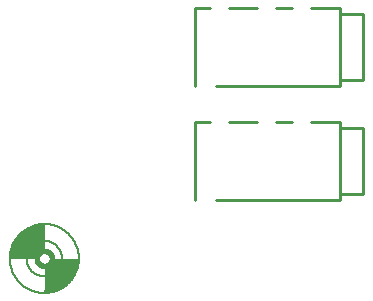
<source format=gbr>
G04 EAGLE Gerber RS-274X export*
G75*
%MOMM*%
%FSLAX34Y34*%
%LPD*%
%INSilkscreen Bottom*%
%IPPOS*%
%AMOC8*
5,1,8,0,0,1.08239X$1,22.5*%
G01*
%ADD10C,0.050800*%
%ADD11C,0.228600*%
%ADD12C,0.457200*%
%ADD13C,0.152400*%
%ADD14C,0.203200*%
%ADD15C,0.254000*%


D10*
X295000Y55790D02*
X295000Y58330D01*
X295000Y111670D02*
X295000Y114210D01*
D11*
X293858Y113043D02*
X293862Y92405D01*
X293861Y92406D02*
X293682Y92376D01*
X293502Y92342D01*
X293324Y92303D01*
X293147Y92260D01*
X292971Y92213D01*
X292796Y92161D01*
X292622Y92106D01*
X292450Y92046D01*
X292279Y91982D01*
X292110Y91913D01*
X291943Y91841D01*
X291777Y91764D01*
X291613Y91684D01*
X291452Y91600D01*
X291292Y91511D01*
X291135Y91419D01*
X290980Y91323D01*
X290827Y91223D01*
X290677Y91120D01*
X290529Y91013D01*
X290384Y90902D01*
X290242Y90788D01*
X290102Y90671D01*
X289966Y90550D01*
X289832Y90426D01*
X289702Y90298D01*
X289574Y90168D01*
X289450Y90034D01*
X289329Y89898D01*
X289212Y89758D01*
X289098Y89616D01*
X288987Y89471D01*
X288880Y89323D01*
X288777Y89173D01*
X288677Y89020D01*
X288581Y88865D01*
X288489Y88708D01*
X288400Y88548D01*
X288316Y88387D01*
X288236Y88223D01*
X288159Y88057D01*
X288087Y87890D01*
X288018Y87721D01*
X287954Y87550D01*
X287894Y87378D01*
X287839Y87204D01*
X287787Y87029D01*
X287740Y86853D01*
X287697Y86676D01*
X287658Y86498D01*
X287624Y86318D01*
X287594Y86139D01*
X266957Y86142D01*
X266956Y86143D01*
X266993Y86827D01*
X267045Y87510D01*
X267115Y88192D01*
X267201Y88872D01*
X267304Y89549D01*
X267423Y90224D01*
X267559Y90896D01*
X267711Y91564D01*
X267880Y92228D01*
X268064Y92888D01*
X268265Y93543D01*
X268481Y94193D01*
X268714Y94838D01*
X268962Y95477D01*
X269225Y96109D01*
X269504Y96735D01*
X269798Y97354D01*
X270107Y97966D01*
X270431Y98570D01*
X270770Y99165D01*
X271123Y99753D01*
X271490Y100331D01*
X271872Y100901D01*
X272267Y101461D01*
X272675Y102011D01*
X273097Y102551D01*
X273532Y103080D01*
X273980Y103599D01*
X274440Y104106D01*
X274913Y104603D01*
X275397Y105087D01*
X275894Y105560D01*
X276401Y106020D01*
X276920Y106468D01*
X277449Y106903D01*
X277989Y107325D01*
X278539Y107733D01*
X279099Y108128D01*
X279669Y108510D01*
X280247Y108877D01*
X280835Y109230D01*
X281430Y109569D01*
X282034Y109893D01*
X282646Y110202D01*
X283265Y110496D01*
X283891Y110775D01*
X284523Y111038D01*
X285162Y111286D01*
X285807Y111519D01*
X286457Y111735D01*
X287112Y111936D01*
X287772Y112120D01*
X288436Y112289D01*
X289104Y112441D01*
X289776Y112577D01*
X290451Y112696D01*
X291128Y112799D01*
X291808Y112885D01*
X292490Y112955D01*
X293173Y113007D01*
X293857Y113044D01*
X293857Y110871D01*
X293229Y110835D01*
X292602Y110785D01*
X291976Y110719D01*
X291352Y110638D01*
X290730Y110541D01*
X290110Y110430D01*
X289494Y110304D01*
X288881Y110163D01*
X288271Y110006D01*
X287665Y109836D01*
X287064Y109650D01*
X286467Y109450D01*
X285875Y109235D01*
X285289Y109006D01*
X284709Y108763D01*
X284134Y108506D01*
X283566Y108235D01*
X283005Y107950D01*
X282451Y107652D01*
X281904Y107340D01*
X281365Y107016D01*
X280834Y106678D01*
X280311Y106327D01*
X279797Y105964D01*
X279292Y105588D01*
X278797Y105200D01*
X278311Y104801D01*
X277834Y104389D01*
X277368Y103966D01*
X276913Y103532D01*
X276468Y103087D01*
X276034Y102632D01*
X275611Y102166D01*
X275199Y101689D01*
X274800Y101203D01*
X274412Y100708D01*
X274036Y100203D01*
X273673Y99689D01*
X273322Y99166D01*
X272984Y98635D01*
X272660Y98096D01*
X272348Y97549D01*
X272050Y96995D01*
X271765Y96434D01*
X271494Y95866D01*
X271237Y95291D01*
X270994Y94711D01*
X270765Y94125D01*
X270550Y93533D01*
X270350Y92936D01*
X270164Y92335D01*
X269994Y91729D01*
X269837Y91119D01*
X269696Y90506D01*
X269570Y89890D01*
X269459Y89270D01*
X269362Y88648D01*
X269281Y88024D01*
X269215Y87398D01*
X269165Y86771D01*
X269129Y86143D01*
X271303Y86143D01*
X271337Y86715D01*
X271385Y87286D01*
X271448Y87856D01*
X271523Y88425D01*
X271613Y88991D01*
X271716Y89555D01*
X271833Y90117D01*
X271964Y90675D01*
X272108Y91230D01*
X272265Y91782D01*
X272435Y92329D01*
X272619Y92872D01*
X272816Y93411D01*
X273026Y93945D01*
X273248Y94473D01*
X273484Y94996D01*
X273732Y95513D01*
X273992Y96024D01*
X274264Y96529D01*
X274549Y97027D01*
X274846Y97517D01*
X275154Y98001D01*
X275474Y98477D01*
X275806Y98945D01*
X276148Y99404D01*
X276502Y99856D01*
X276866Y100299D01*
X277241Y100732D01*
X277627Y101157D01*
X278022Y101572D01*
X278428Y101978D01*
X278843Y102373D01*
X279268Y102759D01*
X279701Y103134D01*
X280144Y103498D01*
X280596Y103852D01*
X281055Y104194D01*
X281523Y104526D01*
X281999Y104846D01*
X282483Y105154D01*
X282973Y105451D01*
X283471Y105736D01*
X283976Y106008D01*
X284487Y106268D01*
X285004Y106516D01*
X285527Y106752D01*
X286055Y106974D01*
X286589Y107184D01*
X287128Y107381D01*
X287671Y107565D01*
X288218Y107735D01*
X288770Y107892D01*
X289325Y108036D01*
X289883Y108167D01*
X290445Y108284D01*
X291009Y108387D01*
X291575Y108477D01*
X292144Y108552D01*
X292714Y108615D01*
X293285Y108663D01*
X293857Y108697D01*
X293858Y106524D01*
X293332Y106489D01*
X292808Y106442D01*
X292286Y106382D01*
X291765Y106310D01*
X291245Y106224D01*
X290728Y106126D01*
X290214Y106016D01*
X289702Y105893D01*
X289194Y105757D01*
X288689Y105609D01*
X288188Y105449D01*
X287691Y105277D01*
X287198Y105092D01*
X286710Y104896D01*
X286227Y104688D01*
X285749Y104468D01*
X285276Y104236D01*
X284810Y103993D01*
X284349Y103738D01*
X283895Y103473D01*
X283447Y103196D01*
X283006Y102909D01*
X282573Y102611D01*
X282147Y102302D01*
X281728Y101983D01*
X281318Y101654D01*
X280915Y101315D01*
X280521Y100967D01*
X280136Y100608D01*
X279759Y100241D01*
X279392Y99864D01*
X279033Y99479D01*
X278685Y99085D01*
X278346Y98682D01*
X278017Y98272D01*
X277698Y97853D01*
X277389Y97427D01*
X277091Y96994D01*
X276804Y96553D01*
X276527Y96105D01*
X276262Y95651D01*
X276007Y95190D01*
X275764Y94724D01*
X275532Y94251D01*
X275312Y93773D01*
X275104Y93290D01*
X274908Y92802D01*
X274723Y92309D01*
X274551Y91812D01*
X274391Y91311D01*
X274243Y90806D01*
X274107Y90298D01*
X273984Y89786D01*
X273874Y89272D01*
X273776Y88755D01*
X273690Y88235D01*
X273618Y87714D01*
X273558Y87192D01*
X273511Y86668D01*
X273476Y86142D01*
X275651Y86142D01*
X275684Y86610D01*
X275729Y87078D01*
X275785Y87544D01*
X275852Y88008D01*
X275930Y88471D01*
X276020Y88932D01*
X276121Y89390D01*
X276233Y89846D01*
X276355Y90299D01*
X276489Y90749D01*
X276634Y91195D01*
X276789Y91638D01*
X276955Y92077D01*
X277132Y92512D01*
X277319Y92942D01*
X277516Y93368D01*
X277724Y93789D01*
X277942Y94205D01*
X278170Y94615D01*
X278408Y95020D01*
X278655Y95418D01*
X278912Y95811D01*
X279179Y96197D01*
X279454Y96577D01*
X279739Y96950D01*
X280033Y97316D01*
X280336Y97675D01*
X280647Y98026D01*
X280966Y98370D01*
X281294Y98706D01*
X281630Y99034D01*
X281974Y99353D01*
X282325Y99664D01*
X282684Y99967D01*
X283050Y100261D01*
X283423Y100546D01*
X283803Y100821D01*
X284189Y101088D01*
X284582Y101345D01*
X284980Y101592D01*
X285385Y101830D01*
X285795Y102058D01*
X286211Y102276D01*
X286632Y102484D01*
X287058Y102681D01*
X287488Y102868D01*
X287923Y103045D01*
X288362Y103211D01*
X288805Y103366D01*
X289251Y103511D01*
X289701Y103645D01*
X290154Y103767D01*
X290610Y103879D01*
X291068Y103980D01*
X291529Y104070D01*
X291992Y104148D01*
X292456Y104215D01*
X292922Y104271D01*
X293390Y104316D01*
X293858Y104349D01*
X293858Y102174D01*
X293440Y102141D01*
X293022Y102098D01*
X292606Y102045D01*
X292192Y101981D01*
X291779Y101908D01*
X291368Y101824D01*
X290959Y101731D01*
X290552Y101627D01*
X290148Y101514D01*
X289747Y101391D01*
X289349Y101258D01*
X288955Y101115D01*
X288564Y100963D01*
X288177Y100802D01*
X287794Y100631D01*
X287415Y100451D01*
X287041Y100261D01*
X286671Y100063D01*
X286306Y99855D01*
X285947Y99639D01*
X285593Y99414D01*
X285244Y99180D01*
X284902Y98938D01*
X284565Y98688D01*
X284235Y98430D01*
X283910Y98163D01*
X283593Y97889D01*
X283282Y97607D01*
X282978Y97318D01*
X282682Y97022D01*
X282393Y96718D01*
X282111Y96407D01*
X281837Y96090D01*
X281570Y95765D01*
X281312Y95435D01*
X281062Y95098D01*
X280820Y94756D01*
X280586Y94407D01*
X280361Y94053D01*
X280145Y93694D01*
X279937Y93329D01*
X279739Y92959D01*
X279549Y92585D01*
X279369Y92206D01*
X279198Y91823D01*
X279037Y91436D01*
X278885Y91045D01*
X278742Y90651D01*
X278609Y90253D01*
X278486Y89852D01*
X278373Y89448D01*
X278269Y89041D01*
X278176Y88632D01*
X278092Y88221D01*
X278019Y87808D01*
X277955Y87394D01*
X277902Y86978D01*
X277859Y86560D01*
X277826Y86142D01*
X280002Y86142D01*
X280035Y86508D01*
X280076Y86874D01*
X280127Y87238D01*
X280186Y87602D01*
X280254Y87963D01*
X280331Y88323D01*
X280416Y88681D01*
X280511Y89036D01*
X280614Y89390D01*
X280725Y89740D01*
X280846Y90088D01*
X280974Y90433D01*
X281111Y90774D01*
X281257Y91112D01*
X281410Y91446D01*
X281572Y91777D01*
X281742Y92103D01*
X281920Y92425D01*
X282105Y92743D01*
X282298Y93056D01*
X282499Y93364D01*
X282708Y93668D01*
X282923Y93966D01*
X283146Y94259D01*
X283376Y94546D01*
X283613Y94827D01*
X283857Y95103D01*
X284107Y95372D01*
X284364Y95636D01*
X284628Y95893D01*
X284897Y96143D01*
X285173Y96387D01*
X285454Y96624D01*
X285741Y96854D01*
X286034Y97077D01*
X286332Y97292D01*
X286636Y97501D01*
X286944Y97702D01*
X287257Y97895D01*
X287575Y98080D01*
X287897Y98258D01*
X288223Y98428D01*
X288554Y98590D01*
X288888Y98743D01*
X289226Y98889D01*
X289567Y99026D01*
X289912Y99154D01*
X290260Y99275D01*
X290610Y99386D01*
X290964Y99489D01*
X291319Y99584D01*
X291677Y99669D01*
X292037Y99746D01*
X292398Y99814D01*
X292762Y99873D01*
X293126Y99924D01*
X293492Y99965D01*
X293858Y99998D01*
X293859Y97819D01*
X293546Y97788D01*
X293233Y97748D01*
X292922Y97701D01*
X292613Y97647D01*
X292304Y97585D01*
X291998Y97515D01*
X291693Y97438D01*
X291390Y97353D01*
X291089Y97261D01*
X290790Y97162D01*
X290494Y97056D01*
X290201Y96942D01*
X289911Y96821D01*
X289623Y96693D01*
X289339Y96558D01*
X289058Y96416D01*
X288781Y96268D01*
X288508Y96112D01*
X288238Y95950D01*
X287972Y95782D01*
X287711Y95607D01*
X287454Y95426D01*
X287201Y95238D01*
X286953Y95044D01*
X286710Y94845D01*
X286472Y94639D01*
X286239Y94428D01*
X286011Y94211D01*
X285789Y93989D01*
X285572Y93761D01*
X285361Y93528D01*
X285155Y93290D01*
X284956Y93047D01*
X284762Y92799D01*
X284574Y92546D01*
X284393Y92289D01*
X284218Y92028D01*
X284050Y91762D01*
X283888Y91492D01*
X283732Y91219D01*
X283584Y90942D01*
X283442Y90661D01*
X283307Y90377D01*
X283179Y90089D01*
X283058Y89799D01*
X282944Y89506D01*
X282838Y89210D01*
X282739Y88911D01*
X282647Y88610D01*
X282562Y88307D01*
X282485Y88002D01*
X282415Y87696D01*
X282353Y87387D01*
X282299Y87078D01*
X282252Y86767D01*
X282212Y86454D01*
X282181Y86141D01*
X284362Y86141D01*
X284393Y86398D01*
X284430Y86655D01*
X284473Y86911D01*
X284522Y87165D01*
X284578Y87418D01*
X284640Y87670D01*
X284707Y87920D01*
X284781Y88169D01*
X284861Y88416D01*
X284947Y88660D01*
X285038Y88903D01*
X285136Y89143D01*
X285239Y89381D01*
X285348Y89616D01*
X285463Y89849D01*
X285583Y90078D01*
X285709Y90305D01*
X285840Y90529D01*
X285977Y90749D01*
X286119Y90966D01*
X286266Y91179D01*
X286418Y91389D01*
X286576Y91595D01*
X286738Y91798D01*
X286905Y91996D01*
X287077Y92190D01*
X287254Y92380D01*
X287435Y92565D01*
X287620Y92746D01*
X287810Y92923D01*
X288004Y93095D01*
X288202Y93262D01*
X288405Y93424D01*
X288611Y93582D01*
X288821Y93734D01*
X289034Y93881D01*
X289251Y94023D01*
X289471Y94160D01*
X289695Y94291D01*
X289922Y94417D01*
X290151Y94537D01*
X290384Y94652D01*
X290619Y94761D01*
X290857Y94864D01*
X291097Y94962D01*
X291340Y95053D01*
X291584Y95139D01*
X291831Y95219D01*
X292080Y95293D01*
X292330Y95360D01*
X292582Y95422D01*
X292835Y95478D01*
X293089Y95527D01*
X293345Y95570D01*
X293602Y95607D01*
X293859Y95638D01*
X293860Y93452D01*
X293657Y93422D01*
X293454Y93387D01*
X293252Y93347D01*
X293051Y93302D01*
X292852Y93253D01*
X292653Y93199D01*
X292456Y93140D01*
X292261Y93076D01*
X292067Y93008D01*
X291874Y92935D01*
X291684Y92857D01*
X291495Y92775D01*
X291309Y92688D01*
X291124Y92596D01*
X290942Y92501D01*
X290762Y92401D01*
X290585Y92296D01*
X290410Y92188D01*
X290238Y92075D01*
X290069Y91958D01*
X289903Y91837D01*
X289739Y91712D01*
X289579Y91583D01*
X289422Y91450D01*
X289268Y91314D01*
X289117Y91174D01*
X288970Y91030D01*
X288826Y90883D01*
X288686Y90732D01*
X288550Y90578D01*
X288417Y90421D01*
X288288Y90261D01*
X288163Y90097D01*
X288042Y89931D01*
X287925Y89762D01*
X287812Y89590D01*
X287704Y89415D01*
X287599Y89238D01*
X287499Y89058D01*
X287404Y88876D01*
X287312Y88691D01*
X287225Y88505D01*
X287143Y88316D01*
X287065Y88126D01*
X286992Y87933D01*
X286924Y87739D01*
X286860Y87544D01*
X286801Y87347D01*
X286747Y87148D01*
X286698Y86949D01*
X286653Y86748D01*
X286613Y86546D01*
X286578Y86343D01*
X286548Y86140D01*
X296142Y56957D02*
X296138Y77595D01*
X296139Y77594D02*
X296318Y77624D01*
X296498Y77658D01*
X296676Y77697D01*
X296853Y77740D01*
X297029Y77787D01*
X297204Y77839D01*
X297378Y77894D01*
X297550Y77954D01*
X297721Y78018D01*
X297890Y78087D01*
X298057Y78159D01*
X298223Y78236D01*
X298387Y78316D01*
X298548Y78400D01*
X298708Y78489D01*
X298865Y78581D01*
X299020Y78677D01*
X299173Y78777D01*
X299323Y78880D01*
X299471Y78987D01*
X299616Y79098D01*
X299758Y79212D01*
X299898Y79329D01*
X300034Y79450D01*
X300168Y79574D01*
X300298Y79702D01*
X300426Y79832D01*
X300550Y79966D01*
X300671Y80102D01*
X300788Y80242D01*
X300902Y80384D01*
X301013Y80529D01*
X301120Y80677D01*
X301223Y80827D01*
X301323Y80980D01*
X301419Y81135D01*
X301511Y81292D01*
X301600Y81452D01*
X301684Y81613D01*
X301764Y81777D01*
X301841Y81943D01*
X301913Y82110D01*
X301982Y82279D01*
X302046Y82450D01*
X302106Y82622D01*
X302161Y82796D01*
X302213Y82971D01*
X302260Y83147D01*
X302303Y83324D01*
X302342Y83502D01*
X302376Y83682D01*
X302406Y83861D01*
X323043Y83858D01*
X323044Y83857D01*
X323007Y83173D01*
X322955Y82490D01*
X322885Y81808D01*
X322799Y81128D01*
X322696Y80451D01*
X322577Y79776D01*
X322441Y79104D01*
X322289Y78436D01*
X322120Y77772D01*
X321936Y77112D01*
X321735Y76457D01*
X321519Y75807D01*
X321286Y75162D01*
X321038Y74523D01*
X320775Y73891D01*
X320496Y73265D01*
X320202Y72646D01*
X319893Y72034D01*
X319569Y71430D01*
X319230Y70835D01*
X318877Y70247D01*
X318510Y69669D01*
X318128Y69099D01*
X317733Y68539D01*
X317325Y67989D01*
X316903Y67449D01*
X316468Y66920D01*
X316020Y66401D01*
X315560Y65894D01*
X315087Y65397D01*
X314603Y64913D01*
X314106Y64440D01*
X313599Y63980D01*
X313080Y63532D01*
X312551Y63097D01*
X312011Y62675D01*
X311461Y62267D01*
X310901Y61872D01*
X310331Y61490D01*
X309753Y61123D01*
X309165Y60770D01*
X308570Y60431D01*
X307966Y60107D01*
X307354Y59798D01*
X306735Y59504D01*
X306109Y59225D01*
X305477Y58962D01*
X304838Y58714D01*
X304193Y58481D01*
X303543Y58265D01*
X302888Y58064D01*
X302228Y57880D01*
X301564Y57711D01*
X300896Y57559D01*
X300224Y57423D01*
X299549Y57304D01*
X298872Y57201D01*
X298192Y57115D01*
X297510Y57045D01*
X296827Y56993D01*
X296143Y56956D01*
X296143Y59129D01*
X296771Y59165D01*
X297398Y59215D01*
X298024Y59281D01*
X298648Y59362D01*
X299270Y59459D01*
X299890Y59570D01*
X300506Y59696D01*
X301119Y59837D01*
X301729Y59994D01*
X302335Y60164D01*
X302936Y60350D01*
X303533Y60550D01*
X304125Y60765D01*
X304711Y60994D01*
X305291Y61237D01*
X305866Y61494D01*
X306434Y61765D01*
X306995Y62050D01*
X307549Y62348D01*
X308096Y62660D01*
X308635Y62984D01*
X309166Y63322D01*
X309689Y63673D01*
X310203Y64036D01*
X310708Y64412D01*
X311203Y64800D01*
X311689Y65199D01*
X312166Y65611D01*
X312632Y66034D01*
X313087Y66468D01*
X313532Y66913D01*
X313966Y67368D01*
X314389Y67834D01*
X314801Y68311D01*
X315200Y68797D01*
X315588Y69292D01*
X315964Y69797D01*
X316327Y70311D01*
X316678Y70834D01*
X317016Y71365D01*
X317340Y71904D01*
X317652Y72451D01*
X317950Y73005D01*
X318235Y73566D01*
X318506Y74134D01*
X318763Y74709D01*
X319006Y75289D01*
X319235Y75875D01*
X319450Y76467D01*
X319650Y77064D01*
X319836Y77665D01*
X320006Y78271D01*
X320163Y78881D01*
X320304Y79494D01*
X320430Y80110D01*
X320541Y80730D01*
X320638Y81352D01*
X320719Y81976D01*
X320785Y82602D01*
X320835Y83229D01*
X320871Y83857D01*
X318697Y83857D01*
X318663Y83285D01*
X318615Y82714D01*
X318552Y82144D01*
X318477Y81575D01*
X318387Y81009D01*
X318284Y80445D01*
X318167Y79883D01*
X318036Y79325D01*
X317892Y78770D01*
X317735Y78218D01*
X317565Y77671D01*
X317381Y77128D01*
X317184Y76589D01*
X316974Y76055D01*
X316752Y75527D01*
X316516Y75004D01*
X316268Y74487D01*
X316008Y73976D01*
X315736Y73471D01*
X315451Y72973D01*
X315154Y72483D01*
X314846Y71999D01*
X314526Y71523D01*
X314194Y71055D01*
X313852Y70596D01*
X313498Y70144D01*
X313134Y69701D01*
X312759Y69268D01*
X312373Y68843D01*
X311978Y68428D01*
X311572Y68022D01*
X311157Y67627D01*
X310732Y67241D01*
X310299Y66866D01*
X309856Y66502D01*
X309404Y66148D01*
X308945Y65806D01*
X308477Y65474D01*
X308001Y65154D01*
X307517Y64846D01*
X307027Y64549D01*
X306529Y64264D01*
X306024Y63992D01*
X305513Y63732D01*
X304996Y63484D01*
X304473Y63248D01*
X303945Y63026D01*
X303411Y62816D01*
X302872Y62619D01*
X302329Y62435D01*
X301782Y62265D01*
X301230Y62108D01*
X300675Y61964D01*
X300117Y61833D01*
X299555Y61716D01*
X298991Y61613D01*
X298425Y61523D01*
X297856Y61448D01*
X297286Y61385D01*
X296715Y61337D01*
X296143Y61303D01*
X296142Y63476D01*
X296668Y63511D01*
X297192Y63558D01*
X297714Y63618D01*
X298235Y63690D01*
X298755Y63776D01*
X299272Y63874D01*
X299786Y63984D01*
X300298Y64107D01*
X300806Y64243D01*
X301311Y64391D01*
X301812Y64551D01*
X302309Y64723D01*
X302802Y64908D01*
X303290Y65104D01*
X303773Y65312D01*
X304251Y65532D01*
X304724Y65764D01*
X305190Y66007D01*
X305651Y66262D01*
X306105Y66527D01*
X306553Y66804D01*
X306994Y67091D01*
X307427Y67389D01*
X307853Y67698D01*
X308272Y68017D01*
X308682Y68346D01*
X309085Y68685D01*
X309479Y69033D01*
X309864Y69392D01*
X310241Y69759D01*
X310608Y70136D01*
X310967Y70521D01*
X311315Y70915D01*
X311654Y71318D01*
X311983Y71728D01*
X312302Y72147D01*
X312611Y72573D01*
X312909Y73006D01*
X313196Y73447D01*
X313473Y73895D01*
X313738Y74349D01*
X313993Y74810D01*
X314236Y75276D01*
X314468Y75749D01*
X314688Y76227D01*
X314896Y76710D01*
X315092Y77198D01*
X315277Y77691D01*
X315449Y78188D01*
X315609Y78689D01*
X315757Y79194D01*
X315893Y79702D01*
X316016Y80214D01*
X316126Y80728D01*
X316224Y81245D01*
X316310Y81765D01*
X316382Y82286D01*
X316442Y82808D01*
X316489Y83332D01*
X316524Y83858D01*
X314349Y83858D01*
X314316Y83390D01*
X314271Y82922D01*
X314215Y82456D01*
X314148Y81992D01*
X314070Y81529D01*
X313980Y81068D01*
X313879Y80610D01*
X313767Y80154D01*
X313645Y79701D01*
X313511Y79251D01*
X313366Y78805D01*
X313211Y78362D01*
X313045Y77923D01*
X312868Y77488D01*
X312681Y77058D01*
X312484Y76632D01*
X312276Y76211D01*
X312058Y75795D01*
X311830Y75385D01*
X311592Y74980D01*
X311345Y74582D01*
X311088Y74189D01*
X310821Y73803D01*
X310546Y73423D01*
X310261Y73050D01*
X309967Y72684D01*
X309664Y72325D01*
X309353Y71974D01*
X309034Y71630D01*
X308706Y71294D01*
X308370Y70966D01*
X308026Y70647D01*
X307675Y70336D01*
X307316Y70033D01*
X306950Y69739D01*
X306577Y69454D01*
X306197Y69179D01*
X305811Y68912D01*
X305418Y68655D01*
X305020Y68408D01*
X304615Y68170D01*
X304205Y67942D01*
X303789Y67724D01*
X303368Y67516D01*
X302942Y67319D01*
X302512Y67132D01*
X302077Y66955D01*
X301638Y66789D01*
X301195Y66634D01*
X300749Y66489D01*
X300299Y66355D01*
X299846Y66233D01*
X299390Y66121D01*
X298932Y66020D01*
X298471Y65930D01*
X298008Y65852D01*
X297544Y65785D01*
X297078Y65729D01*
X296610Y65684D01*
X296142Y65651D01*
X296142Y67826D01*
X296560Y67859D01*
X296978Y67902D01*
X297394Y67955D01*
X297808Y68019D01*
X298221Y68092D01*
X298632Y68176D01*
X299041Y68269D01*
X299448Y68373D01*
X299852Y68486D01*
X300253Y68609D01*
X300651Y68742D01*
X301045Y68885D01*
X301436Y69037D01*
X301823Y69198D01*
X302206Y69369D01*
X302585Y69549D01*
X302959Y69739D01*
X303329Y69937D01*
X303694Y70145D01*
X304053Y70361D01*
X304407Y70586D01*
X304756Y70820D01*
X305098Y71062D01*
X305435Y71312D01*
X305765Y71570D01*
X306090Y71837D01*
X306407Y72111D01*
X306718Y72393D01*
X307022Y72682D01*
X307318Y72978D01*
X307607Y73282D01*
X307889Y73593D01*
X308163Y73910D01*
X308430Y74235D01*
X308688Y74565D01*
X308938Y74902D01*
X309180Y75244D01*
X309414Y75593D01*
X309639Y75947D01*
X309855Y76306D01*
X310063Y76671D01*
X310261Y77041D01*
X310451Y77415D01*
X310631Y77794D01*
X310802Y78177D01*
X310963Y78564D01*
X311115Y78955D01*
X311258Y79349D01*
X311391Y79747D01*
X311514Y80148D01*
X311627Y80552D01*
X311731Y80959D01*
X311824Y81368D01*
X311908Y81779D01*
X311981Y82192D01*
X312045Y82606D01*
X312098Y83022D01*
X312141Y83440D01*
X312174Y83858D01*
X309998Y83858D01*
X309965Y83492D01*
X309924Y83126D01*
X309873Y82762D01*
X309814Y82398D01*
X309746Y82037D01*
X309669Y81677D01*
X309584Y81319D01*
X309489Y80964D01*
X309386Y80610D01*
X309275Y80260D01*
X309154Y79912D01*
X309026Y79567D01*
X308889Y79226D01*
X308743Y78888D01*
X308590Y78554D01*
X308428Y78223D01*
X308258Y77897D01*
X308080Y77575D01*
X307895Y77257D01*
X307702Y76944D01*
X307501Y76636D01*
X307292Y76332D01*
X307077Y76034D01*
X306854Y75741D01*
X306624Y75454D01*
X306387Y75173D01*
X306143Y74897D01*
X305893Y74628D01*
X305636Y74364D01*
X305372Y74107D01*
X305103Y73857D01*
X304827Y73613D01*
X304546Y73376D01*
X304259Y73146D01*
X303966Y72923D01*
X303668Y72708D01*
X303364Y72499D01*
X303056Y72298D01*
X302743Y72105D01*
X302425Y71920D01*
X302103Y71742D01*
X301777Y71572D01*
X301446Y71410D01*
X301112Y71257D01*
X300774Y71111D01*
X300433Y70974D01*
X300088Y70846D01*
X299740Y70725D01*
X299390Y70614D01*
X299036Y70511D01*
X298681Y70416D01*
X298323Y70331D01*
X297963Y70254D01*
X297602Y70186D01*
X297238Y70127D01*
X296874Y70076D01*
X296508Y70035D01*
X296142Y70002D01*
X296141Y72181D01*
X296454Y72212D01*
X296767Y72252D01*
X297078Y72299D01*
X297387Y72353D01*
X297696Y72415D01*
X298002Y72485D01*
X298307Y72562D01*
X298610Y72647D01*
X298911Y72739D01*
X299210Y72838D01*
X299506Y72944D01*
X299799Y73058D01*
X300089Y73179D01*
X300377Y73307D01*
X300661Y73442D01*
X300942Y73584D01*
X301219Y73732D01*
X301492Y73888D01*
X301762Y74050D01*
X302028Y74218D01*
X302289Y74393D01*
X302546Y74574D01*
X302799Y74762D01*
X303047Y74956D01*
X303290Y75155D01*
X303528Y75361D01*
X303761Y75572D01*
X303989Y75789D01*
X304211Y76011D01*
X304428Y76239D01*
X304639Y76472D01*
X304845Y76710D01*
X305044Y76953D01*
X305238Y77201D01*
X305426Y77454D01*
X305607Y77711D01*
X305782Y77972D01*
X305950Y78238D01*
X306112Y78508D01*
X306268Y78781D01*
X306416Y79058D01*
X306558Y79339D01*
X306693Y79623D01*
X306821Y79911D01*
X306942Y80201D01*
X307056Y80494D01*
X307162Y80790D01*
X307261Y81089D01*
X307353Y81390D01*
X307438Y81693D01*
X307515Y81998D01*
X307585Y82304D01*
X307647Y82613D01*
X307701Y82922D01*
X307748Y83233D01*
X307788Y83546D01*
X307819Y83859D01*
X305638Y83859D01*
X305607Y83602D01*
X305570Y83345D01*
X305527Y83089D01*
X305478Y82835D01*
X305422Y82582D01*
X305360Y82330D01*
X305293Y82080D01*
X305219Y81831D01*
X305139Y81584D01*
X305053Y81340D01*
X304962Y81097D01*
X304864Y80857D01*
X304761Y80619D01*
X304652Y80384D01*
X304537Y80151D01*
X304417Y79922D01*
X304291Y79695D01*
X304160Y79471D01*
X304023Y79251D01*
X303881Y79034D01*
X303734Y78821D01*
X303582Y78611D01*
X303424Y78405D01*
X303262Y78202D01*
X303095Y78004D01*
X302923Y77810D01*
X302746Y77620D01*
X302565Y77435D01*
X302380Y77254D01*
X302190Y77077D01*
X301996Y76905D01*
X301798Y76738D01*
X301595Y76576D01*
X301389Y76418D01*
X301179Y76266D01*
X300966Y76119D01*
X300749Y75977D01*
X300529Y75840D01*
X300305Y75709D01*
X300078Y75583D01*
X299849Y75463D01*
X299616Y75348D01*
X299381Y75239D01*
X299143Y75136D01*
X298903Y75038D01*
X298660Y74947D01*
X298416Y74861D01*
X298169Y74781D01*
X297920Y74707D01*
X297670Y74640D01*
X297418Y74578D01*
X297165Y74522D01*
X296911Y74473D01*
X296655Y74430D01*
X296398Y74393D01*
X296141Y74362D01*
X296140Y76548D01*
X296343Y76578D01*
X296546Y76613D01*
X296748Y76653D01*
X296949Y76698D01*
X297148Y76747D01*
X297347Y76801D01*
X297544Y76860D01*
X297739Y76924D01*
X297933Y76992D01*
X298126Y77065D01*
X298316Y77143D01*
X298505Y77225D01*
X298691Y77312D01*
X298876Y77404D01*
X299058Y77499D01*
X299238Y77599D01*
X299415Y77704D01*
X299590Y77812D01*
X299762Y77925D01*
X299931Y78042D01*
X300097Y78163D01*
X300261Y78288D01*
X300421Y78417D01*
X300578Y78550D01*
X300732Y78686D01*
X300883Y78826D01*
X301030Y78970D01*
X301174Y79117D01*
X301314Y79268D01*
X301450Y79422D01*
X301583Y79579D01*
X301712Y79739D01*
X301837Y79903D01*
X301958Y80069D01*
X302075Y80238D01*
X302188Y80410D01*
X302296Y80585D01*
X302401Y80762D01*
X302501Y80942D01*
X302596Y81124D01*
X302688Y81309D01*
X302775Y81495D01*
X302857Y81684D01*
X302935Y81874D01*
X303008Y82067D01*
X303076Y82261D01*
X303140Y82456D01*
X303199Y82653D01*
X303253Y82852D01*
X303302Y83051D01*
X303347Y83252D01*
X303387Y83454D01*
X303422Y83657D01*
X303452Y83860D01*
D12*
X288650Y85000D02*
X288652Y85159D01*
X288658Y85318D01*
X288668Y85476D01*
X288682Y85635D01*
X288700Y85793D01*
X288721Y85950D01*
X288747Y86107D01*
X288777Y86263D01*
X288810Y86419D01*
X288848Y86573D01*
X288889Y86727D01*
X288934Y86879D01*
X288983Y87030D01*
X289036Y87180D01*
X289092Y87329D01*
X289153Y87476D01*
X289216Y87621D01*
X289284Y87765D01*
X289355Y87908D01*
X289429Y88048D01*
X289507Y88186D01*
X289589Y88323D01*
X289674Y88457D01*
X289762Y88590D01*
X289853Y88720D01*
X289948Y88847D01*
X290046Y88972D01*
X290147Y89095D01*
X290251Y89215D01*
X290358Y89333D01*
X290468Y89448D01*
X290581Y89560D01*
X290696Y89669D01*
X290814Y89775D01*
X290935Y89879D01*
X291059Y89979D01*
X291184Y90076D01*
X291313Y90170D01*
X291443Y90260D01*
X291576Y90348D01*
X291711Y90432D01*
X291848Y90512D01*
X291987Y90590D01*
X292128Y90663D01*
X292270Y90733D01*
X292415Y90800D01*
X292561Y90863D01*
X292708Y90922D01*
X292857Y90978D01*
X293008Y91029D01*
X293159Y91077D01*
X293312Y91121D01*
X293466Y91162D01*
X293620Y91198D01*
X293776Y91231D01*
X293932Y91260D01*
X294089Y91284D01*
X294247Y91305D01*
X294405Y91322D01*
X294563Y91335D01*
X294722Y91344D01*
X294881Y91349D01*
X295040Y91350D01*
X295199Y91347D01*
X295357Y91340D01*
X295516Y91329D01*
X295674Y91314D01*
X295832Y91295D01*
X295989Y91272D01*
X296146Y91246D01*
X296302Y91215D01*
X296457Y91181D01*
X296611Y91142D01*
X296765Y91100D01*
X296917Y91054D01*
X297068Y91004D01*
X297217Y90950D01*
X297366Y90893D01*
X297512Y90832D01*
X297658Y90767D01*
X297801Y90699D01*
X297943Y90627D01*
X298083Y90551D01*
X298221Y90473D01*
X298357Y90390D01*
X298491Y90305D01*
X298622Y90216D01*
X298752Y90123D01*
X298879Y90028D01*
X299003Y89929D01*
X299126Y89827D01*
X299245Y89723D01*
X299362Y89615D01*
X299476Y89504D01*
X299587Y89391D01*
X299696Y89275D01*
X299801Y89156D01*
X299904Y89034D01*
X300003Y88910D01*
X300100Y88784D01*
X300193Y88655D01*
X300283Y88524D01*
X300369Y88390D01*
X300452Y88255D01*
X300532Y88117D01*
X300608Y87978D01*
X300681Y87837D01*
X300750Y87694D01*
X300816Y87549D01*
X300878Y87402D01*
X300936Y87255D01*
X300991Y87105D01*
X301042Y86955D01*
X301089Y86803D01*
X301132Y86650D01*
X301171Y86496D01*
X301207Y86341D01*
X301238Y86185D01*
X301266Y86029D01*
X301290Y85872D01*
X301310Y85714D01*
X301326Y85556D01*
X301338Y85397D01*
X301346Y85238D01*
X301350Y85079D01*
X301350Y84921D01*
X301346Y84762D01*
X301338Y84603D01*
X301326Y84444D01*
X301310Y84286D01*
X301290Y84128D01*
X301266Y83971D01*
X301238Y83815D01*
X301207Y83659D01*
X301171Y83504D01*
X301132Y83350D01*
X301089Y83197D01*
X301042Y83045D01*
X300991Y82895D01*
X300936Y82745D01*
X300878Y82598D01*
X300816Y82451D01*
X300750Y82306D01*
X300681Y82163D01*
X300608Y82022D01*
X300532Y81883D01*
X300452Y81745D01*
X300369Y81610D01*
X300283Y81476D01*
X300193Y81345D01*
X300100Y81216D01*
X300003Y81090D01*
X299904Y80966D01*
X299801Y80844D01*
X299696Y80725D01*
X299587Y80609D01*
X299476Y80496D01*
X299362Y80385D01*
X299245Y80277D01*
X299126Y80173D01*
X299003Y80071D01*
X298879Y79972D01*
X298752Y79877D01*
X298622Y79784D01*
X298491Y79695D01*
X298357Y79610D01*
X298221Y79527D01*
X298083Y79449D01*
X297943Y79373D01*
X297801Y79301D01*
X297658Y79233D01*
X297512Y79168D01*
X297366Y79107D01*
X297217Y79050D01*
X297068Y78996D01*
X296917Y78946D01*
X296765Y78900D01*
X296611Y78858D01*
X296457Y78819D01*
X296302Y78785D01*
X296146Y78754D01*
X295989Y78728D01*
X295832Y78705D01*
X295674Y78686D01*
X295516Y78671D01*
X295357Y78660D01*
X295199Y78653D01*
X295040Y78650D01*
X294881Y78651D01*
X294722Y78656D01*
X294563Y78665D01*
X294405Y78678D01*
X294247Y78695D01*
X294089Y78716D01*
X293932Y78740D01*
X293776Y78769D01*
X293620Y78802D01*
X293466Y78838D01*
X293312Y78879D01*
X293159Y78923D01*
X293008Y78971D01*
X292857Y79022D01*
X292708Y79078D01*
X292561Y79137D01*
X292415Y79200D01*
X292270Y79267D01*
X292128Y79337D01*
X291987Y79410D01*
X291848Y79488D01*
X291711Y79568D01*
X291576Y79652D01*
X291443Y79740D01*
X291313Y79830D01*
X291184Y79924D01*
X291059Y80021D01*
X290935Y80121D01*
X290814Y80225D01*
X290696Y80331D01*
X290581Y80440D01*
X290468Y80552D01*
X290358Y80667D01*
X290251Y80785D01*
X290147Y80905D01*
X290046Y81028D01*
X289948Y81153D01*
X289853Y81280D01*
X289762Y81410D01*
X289674Y81543D01*
X289589Y81677D01*
X289507Y81814D01*
X289429Y81952D01*
X289355Y82092D01*
X289284Y82235D01*
X289216Y82379D01*
X289153Y82524D01*
X289092Y82671D01*
X289036Y82820D01*
X288983Y82970D01*
X288934Y83121D01*
X288889Y83273D01*
X288848Y83427D01*
X288810Y83581D01*
X288777Y83737D01*
X288747Y83893D01*
X288721Y84050D01*
X288700Y84207D01*
X288682Y84365D01*
X288668Y84524D01*
X288658Y84682D01*
X288652Y84841D01*
X288650Y85000D01*
D13*
X265790Y85000D02*
X265799Y85717D01*
X265825Y86433D01*
X265869Y87149D01*
X265931Y87863D01*
X266010Y88576D01*
X266106Y89286D01*
X266220Y89994D01*
X266351Y90699D01*
X266500Y91400D01*
X266665Y92097D01*
X266848Y92791D01*
X267048Y93479D01*
X267264Y94163D01*
X267497Y94841D01*
X267747Y95513D01*
X268013Y96178D01*
X268296Y96837D01*
X268594Y97489D01*
X268909Y98133D01*
X269239Y98769D01*
X269585Y99398D01*
X269946Y100017D01*
X270322Y100627D01*
X270713Y101228D01*
X271118Y101819D01*
X271538Y102400D01*
X271972Y102971D01*
X272420Y103531D01*
X272882Y104079D01*
X273357Y104616D01*
X273845Y105141D01*
X274345Y105655D01*
X274859Y106155D01*
X275384Y106643D01*
X275921Y107118D01*
X276469Y107580D01*
X277029Y108028D01*
X277600Y108462D01*
X278181Y108882D01*
X278772Y109287D01*
X279373Y109678D01*
X279983Y110054D01*
X280602Y110415D01*
X281231Y110761D01*
X281867Y111091D01*
X282511Y111406D01*
X283163Y111704D01*
X283822Y111987D01*
X284487Y112253D01*
X285159Y112503D01*
X285837Y112736D01*
X286521Y112952D01*
X287209Y113152D01*
X287903Y113335D01*
X288600Y113500D01*
X289301Y113649D01*
X290006Y113780D01*
X290714Y113894D01*
X291424Y113990D01*
X292137Y114069D01*
X292851Y114131D01*
X293567Y114175D01*
X294283Y114201D01*
X295000Y114210D01*
X295717Y114201D01*
X296433Y114175D01*
X297149Y114131D01*
X297863Y114069D01*
X298576Y113990D01*
X299286Y113894D01*
X299994Y113780D01*
X300699Y113649D01*
X301400Y113500D01*
X302097Y113335D01*
X302791Y113152D01*
X303479Y112952D01*
X304163Y112736D01*
X304841Y112503D01*
X305513Y112253D01*
X306178Y111987D01*
X306837Y111704D01*
X307489Y111406D01*
X308133Y111091D01*
X308769Y110761D01*
X309398Y110415D01*
X310017Y110054D01*
X310627Y109678D01*
X311228Y109287D01*
X311819Y108882D01*
X312400Y108462D01*
X312971Y108028D01*
X313531Y107580D01*
X314079Y107118D01*
X314616Y106643D01*
X315141Y106155D01*
X315655Y105655D01*
X316155Y105141D01*
X316643Y104616D01*
X317118Y104079D01*
X317580Y103531D01*
X318028Y102971D01*
X318462Y102400D01*
X318882Y101819D01*
X319287Y101228D01*
X319678Y100627D01*
X320054Y100017D01*
X320415Y99398D01*
X320761Y98769D01*
X321091Y98133D01*
X321406Y97489D01*
X321704Y96837D01*
X321987Y96178D01*
X322253Y95513D01*
X322503Y94841D01*
X322736Y94163D01*
X322952Y93479D01*
X323152Y92791D01*
X323335Y92097D01*
X323500Y91400D01*
X323649Y90699D01*
X323780Y89994D01*
X323894Y89286D01*
X323990Y88576D01*
X324069Y87863D01*
X324131Y87149D01*
X324175Y86433D01*
X324201Y85717D01*
X324210Y85000D01*
X324201Y84283D01*
X324175Y83567D01*
X324131Y82851D01*
X324069Y82137D01*
X323990Y81424D01*
X323894Y80714D01*
X323780Y80006D01*
X323649Y79301D01*
X323500Y78600D01*
X323335Y77903D01*
X323152Y77209D01*
X322952Y76521D01*
X322736Y75837D01*
X322503Y75159D01*
X322253Y74487D01*
X321987Y73822D01*
X321704Y73163D01*
X321406Y72511D01*
X321091Y71867D01*
X320761Y71231D01*
X320415Y70602D01*
X320054Y69983D01*
X319678Y69373D01*
X319287Y68772D01*
X318882Y68181D01*
X318462Y67600D01*
X318028Y67029D01*
X317580Y66469D01*
X317118Y65921D01*
X316643Y65384D01*
X316155Y64859D01*
X315655Y64345D01*
X315141Y63845D01*
X314616Y63357D01*
X314079Y62882D01*
X313531Y62420D01*
X312971Y61972D01*
X312400Y61538D01*
X311819Y61118D01*
X311228Y60713D01*
X310627Y60322D01*
X310017Y59946D01*
X309398Y59585D01*
X308769Y59239D01*
X308133Y58909D01*
X307489Y58594D01*
X306837Y58296D01*
X306178Y58013D01*
X305513Y57747D01*
X304841Y57497D01*
X304163Y57264D01*
X303479Y57048D01*
X302791Y56848D01*
X302097Y56665D01*
X301400Y56500D01*
X300699Y56351D01*
X299994Y56220D01*
X299286Y56106D01*
X298576Y56010D01*
X297863Y55931D01*
X297149Y55869D01*
X296433Y55825D01*
X295717Y55799D01*
X295000Y55790D01*
X294283Y55799D01*
X293567Y55825D01*
X292851Y55869D01*
X292137Y55931D01*
X291424Y56010D01*
X290714Y56106D01*
X290006Y56220D01*
X289301Y56351D01*
X288600Y56500D01*
X287903Y56665D01*
X287209Y56848D01*
X286521Y57048D01*
X285837Y57264D01*
X285159Y57497D01*
X284487Y57747D01*
X283822Y58013D01*
X283163Y58296D01*
X282511Y58594D01*
X281867Y58909D01*
X281231Y59239D01*
X280602Y59585D01*
X279983Y59946D01*
X279373Y60322D01*
X278772Y60713D01*
X278181Y61118D01*
X277600Y61538D01*
X277029Y61972D01*
X276469Y62420D01*
X275921Y62882D01*
X275384Y63357D01*
X274859Y63845D01*
X274345Y64345D01*
X273845Y64859D01*
X273357Y65384D01*
X272882Y65921D01*
X272420Y66469D01*
X271972Y67029D01*
X271538Y67600D01*
X271118Y68181D01*
X270713Y68772D01*
X270322Y69373D01*
X269946Y69983D01*
X269585Y70602D01*
X269239Y71231D01*
X268909Y71867D01*
X268594Y72511D01*
X268296Y73163D01*
X268013Y73822D01*
X267747Y74487D01*
X267497Y75159D01*
X267264Y75837D01*
X267048Y76521D01*
X266848Y77209D01*
X266665Y77903D01*
X266500Y78600D01*
X266351Y79301D01*
X266220Y80006D01*
X266106Y80714D01*
X266010Y81424D01*
X265931Y82137D01*
X265869Y82851D01*
X265825Y83567D01*
X265799Y84283D01*
X265790Y85000D01*
D14*
X280000Y85000D02*
X280005Y85368D01*
X280018Y85736D01*
X280041Y86103D01*
X280072Y86470D01*
X280113Y86836D01*
X280162Y87201D01*
X280221Y87564D01*
X280288Y87926D01*
X280364Y88287D01*
X280450Y88645D01*
X280543Y89001D01*
X280646Y89354D01*
X280757Y89705D01*
X280877Y90053D01*
X281005Y90398D01*
X281142Y90740D01*
X281287Y91079D01*
X281440Y91413D01*
X281602Y91744D01*
X281771Y92071D01*
X281949Y92393D01*
X282134Y92712D01*
X282327Y93025D01*
X282528Y93334D01*
X282736Y93637D01*
X282952Y93935D01*
X283175Y94228D01*
X283405Y94516D01*
X283642Y94798D01*
X283886Y95073D01*
X284136Y95343D01*
X284393Y95607D01*
X284657Y95864D01*
X284927Y96114D01*
X285202Y96358D01*
X285484Y96595D01*
X285772Y96825D01*
X286065Y97048D01*
X286363Y97264D01*
X286666Y97472D01*
X286975Y97673D01*
X287288Y97866D01*
X287607Y98051D01*
X287929Y98229D01*
X288256Y98398D01*
X288587Y98560D01*
X288921Y98713D01*
X289260Y98858D01*
X289602Y98995D01*
X289947Y99123D01*
X290295Y99243D01*
X290646Y99354D01*
X290999Y99457D01*
X291355Y99550D01*
X291713Y99636D01*
X292074Y99712D01*
X292436Y99779D01*
X292799Y99838D01*
X293164Y99887D01*
X293530Y99928D01*
X293897Y99959D01*
X294264Y99982D01*
X294632Y99995D01*
X295000Y100000D01*
X295368Y99995D01*
X295736Y99982D01*
X296103Y99959D01*
X296470Y99928D01*
X296836Y99887D01*
X297201Y99838D01*
X297564Y99779D01*
X297926Y99712D01*
X298287Y99636D01*
X298645Y99550D01*
X299001Y99457D01*
X299354Y99354D01*
X299705Y99243D01*
X300053Y99123D01*
X300398Y98995D01*
X300740Y98858D01*
X301079Y98713D01*
X301413Y98560D01*
X301744Y98398D01*
X302071Y98229D01*
X302393Y98051D01*
X302712Y97866D01*
X303025Y97673D01*
X303334Y97472D01*
X303637Y97264D01*
X303935Y97048D01*
X304228Y96825D01*
X304516Y96595D01*
X304798Y96358D01*
X305073Y96114D01*
X305343Y95864D01*
X305607Y95607D01*
X305864Y95343D01*
X306114Y95073D01*
X306358Y94798D01*
X306595Y94516D01*
X306825Y94228D01*
X307048Y93935D01*
X307264Y93637D01*
X307472Y93334D01*
X307673Y93025D01*
X307866Y92712D01*
X308051Y92393D01*
X308229Y92071D01*
X308398Y91744D01*
X308560Y91413D01*
X308713Y91079D01*
X308858Y90740D01*
X308995Y90398D01*
X309123Y90053D01*
X309243Y89705D01*
X309354Y89354D01*
X309457Y89001D01*
X309550Y88645D01*
X309636Y88287D01*
X309712Y87926D01*
X309779Y87564D01*
X309838Y87201D01*
X309887Y86836D01*
X309928Y86470D01*
X309959Y86103D01*
X309982Y85736D01*
X309995Y85368D01*
X310000Y85000D01*
X309995Y84632D01*
X309982Y84264D01*
X309959Y83897D01*
X309928Y83530D01*
X309887Y83164D01*
X309838Y82799D01*
X309779Y82436D01*
X309712Y82074D01*
X309636Y81713D01*
X309550Y81355D01*
X309457Y80999D01*
X309354Y80646D01*
X309243Y80295D01*
X309123Y79947D01*
X308995Y79602D01*
X308858Y79260D01*
X308713Y78921D01*
X308560Y78587D01*
X308398Y78256D01*
X308229Y77929D01*
X308051Y77607D01*
X307866Y77288D01*
X307673Y76975D01*
X307472Y76666D01*
X307264Y76363D01*
X307048Y76065D01*
X306825Y75772D01*
X306595Y75484D01*
X306358Y75202D01*
X306114Y74927D01*
X305864Y74657D01*
X305607Y74393D01*
X305343Y74136D01*
X305073Y73886D01*
X304798Y73642D01*
X304516Y73405D01*
X304228Y73175D01*
X303935Y72952D01*
X303637Y72736D01*
X303334Y72528D01*
X303025Y72327D01*
X302712Y72134D01*
X302393Y71949D01*
X302071Y71771D01*
X301744Y71602D01*
X301413Y71440D01*
X301079Y71287D01*
X300740Y71142D01*
X300398Y71005D01*
X300053Y70877D01*
X299705Y70757D01*
X299354Y70646D01*
X299001Y70543D01*
X298645Y70450D01*
X298287Y70364D01*
X297926Y70288D01*
X297564Y70221D01*
X297201Y70162D01*
X296836Y70113D01*
X296470Y70072D01*
X296103Y70041D01*
X295736Y70018D01*
X295368Y70005D01*
X295000Y70000D01*
X294632Y70005D01*
X294264Y70018D01*
X293897Y70041D01*
X293530Y70072D01*
X293164Y70113D01*
X292799Y70162D01*
X292436Y70221D01*
X292074Y70288D01*
X291713Y70364D01*
X291355Y70450D01*
X290999Y70543D01*
X290646Y70646D01*
X290295Y70757D01*
X289947Y70877D01*
X289602Y71005D01*
X289260Y71142D01*
X288921Y71287D01*
X288587Y71440D01*
X288256Y71602D01*
X287929Y71771D01*
X287607Y71949D01*
X287288Y72134D01*
X286975Y72327D01*
X286666Y72528D01*
X286363Y72736D01*
X286065Y72952D01*
X285772Y73175D01*
X285484Y73405D01*
X285202Y73642D01*
X284927Y73886D01*
X284657Y74136D01*
X284393Y74393D01*
X284136Y74657D01*
X283886Y74927D01*
X283642Y75202D01*
X283405Y75484D01*
X283175Y75772D01*
X282952Y76065D01*
X282736Y76363D01*
X282528Y76666D01*
X282327Y76975D01*
X282134Y77288D01*
X281949Y77607D01*
X281771Y77929D01*
X281602Y78256D01*
X281440Y78587D01*
X281287Y78921D01*
X281142Y79260D01*
X281005Y79602D01*
X280877Y79947D01*
X280757Y80295D01*
X280646Y80646D01*
X280543Y80999D01*
X280450Y81355D01*
X280364Y81713D01*
X280288Y82074D01*
X280221Y82436D01*
X280162Y82799D01*
X280113Y83164D01*
X280072Y83530D01*
X280041Y83897D01*
X280018Y84264D01*
X280005Y84632D01*
X280000Y85000D01*
D15*
X440000Y230949D02*
X540000Y230949D01*
X423000Y230949D02*
X423000Y296949D01*
X435000Y296949D01*
X540000Y296949D02*
X545000Y296949D01*
X545000Y291949D01*
X545000Y235949D01*
X545000Y230949D01*
X540000Y230949D01*
X545000Y291949D02*
X565000Y291949D01*
X565000Y235949D01*
X545000Y235949D01*
X475000Y296949D02*
X451000Y296949D01*
X491000Y296949D02*
X505000Y296949D01*
X521000Y296949D02*
X540000Y296949D01*
X540000Y134500D02*
X440000Y134500D01*
X423000Y134500D02*
X423000Y200500D01*
X435000Y200500D01*
X540000Y200500D02*
X545000Y200500D01*
X545000Y195500D01*
X545000Y139500D01*
X545000Y134500D01*
X540000Y134500D01*
X545000Y195500D02*
X565000Y195500D01*
X565000Y139500D01*
X545000Y139500D01*
X475000Y200500D02*
X451000Y200500D01*
X491000Y200500D02*
X505000Y200500D01*
X521000Y200500D02*
X540000Y200500D01*
M02*

</source>
